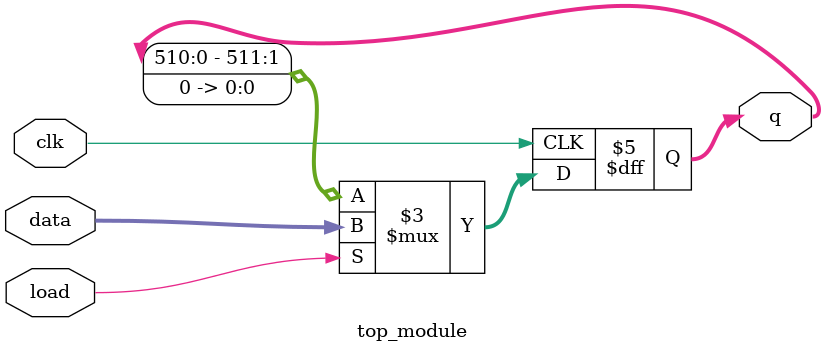
<source format=sv>
module top_module(
	input clk,
	input load,
	input [511:0] data,
	output reg [511:0] q);
	
	always @(posedge clk) begin
		if (load)
			q <= data;
		else begin
			q <= {q[$bits(q)-2:0], 1'b0} ;
		end
	end
	
endmodule

</source>
